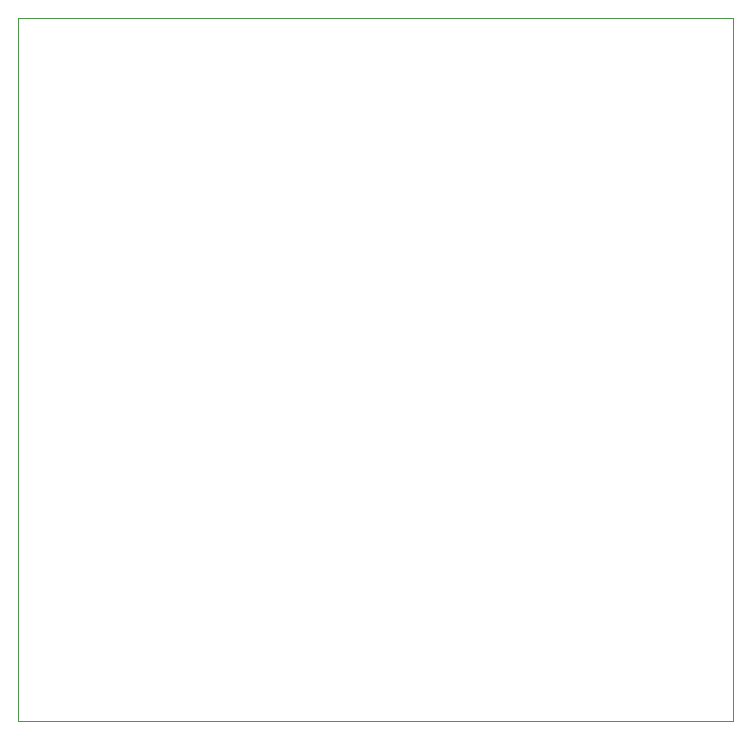
<source format=gbr>
%TF.GenerationSoftware,KiCad,Pcbnew,7.0.10*%
%TF.CreationDate,2024-01-30T15:52:27+01:00*%
%TF.ProjectId,BloX_ABC_MkII,426c6f58-5f41-4424-935f-4d6b49492e6b,rev?*%
%TF.SameCoordinates,Original*%
%TF.FileFunction,Profile,NP*%
%FSLAX46Y46*%
G04 Gerber Fmt 4.6, Leading zero omitted, Abs format (unit mm)*
G04 Created by KiCad (PCBNEW 7.0.10) date 2024-01-30 15:52:27*
%MOMM*%
%LPD*%
G01*
G04 APERTURE LIST*
%TA.AperFunction,Profile*%
%ADD10C,0.100000*%
%TD*%
G04 APERTURE END LIST*
D10*
X74500000Y-59500000D02*
X135000000Y-59500000D01*
X135000000Y-119000000D01*
X74500000Y-119000000D01*
X74500000Y-59500000D01*
M02*

</source>
